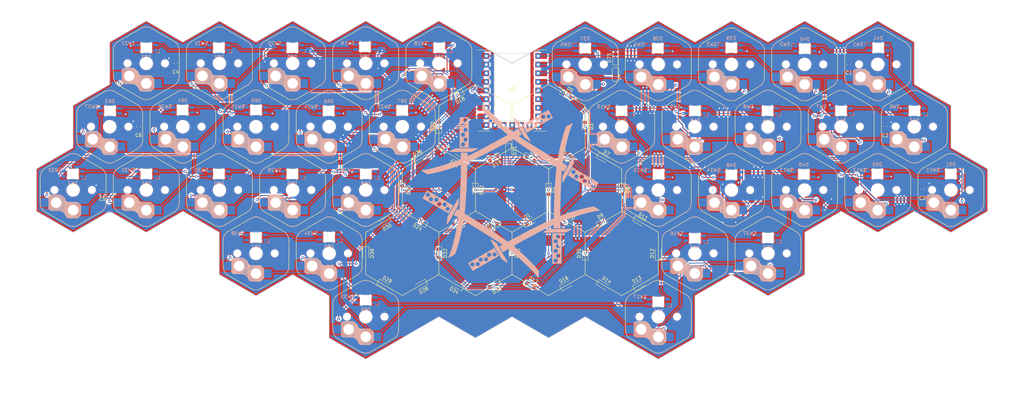
<source format=kicad_pcb>
(kicad_pcb (version 20221018) (generator pcbnew)

  (general
    (thickness 1.6)
  )

  (paper "A4")
  (layers
    (0 "F.Cu" signal)
    (31 "B.Cu" signal)
    (32 "B.Adhes" user "B.Adhesive")
    (33 "F.Adhes" user "F.Adhesive")
    (34 "B.Paste" user)
    (35 "F.Paste" user)
    (36 "B.SilkS" user "B.Silkscreen")
    (37 "F.SilkS" user "F.Silkscreen")
    (38 "B.Mask" user)
    (39 "F.Mask" user)
    (40 "Dwgs.User" user "User.Drawings")
    (41 "Cmts.User" user "User.Comments")
    (42 "Eco1.User" user "User.Eco1")
    (43 "Eco2.User" user "User.Eco2")
    (44 "Edge.Cuts" user)
    (45 "Margin" user)
    (46 "B.CrtYd" user "B.Courtyard")
    (47 "F.CrtYd" user "F.Courtyard")
    (48 "B.Fab" user)
    (49 "F.Fab" user)
    (50 "User.1" user)
    (51 "User.2" user)
    (52 "User.3" user)
    (53 "User.4" user)
    (54 "User.5" user)
    (55 "User.6" user)
    (56 "User.7" user)
    (57 "User.8" user)
    (58 "User.9" user)
  )

  (setup
    (pad_to_mask_clearance 0)
    (pcbplotparams
      (layerselection 0x00010fc_ffffffff)
      (plot_on_all_layers_selection 0x0000000_00000000)
      (disableapertmacros false)
      (usegerberextensions true)
      (usegerberattributes false)
      (usegerberadvancedattributes false)
      (creategerberjobfile false)
      (dashed_line_dash_ratio 12.000000)
      (dashed_line_gap_ratio 3.000000)
      (svgprecision 4)
      (plotframeref false)
      (viasonmask false)
      (mode 1)
      (useauxorigin false)
      (hpglpennumber 1)
      (hpglpenspeed 20)
      (hpglpendiameter 15.000000)
      (dxfpolygonmode true)
      (dxfimperialunits true)
      (dxfusepcbnewfont true)
      (psnegative false)
      (psa4output false)
      (plotreference true)
      (plotvalue true)
      (plotinvisibletext false)
      (sketchpadsonfab false)
      (subtractmaskfromsilk true)
      (outputformat 1)
      (mirror false)
      (drillshape 0)
      (scaleselection 1)
      (outputdirectory "production-files")
    )
  )

  (net 0 "")
  (net 1 "Net-(D35-A)")
  (net 2 "r1")
  (net 3 "Net-(D1-A)")
  (net 4 "r2")
  (net 5 "Net-(D2-A)")
  (net 6 "Net-(D3-A)")
  (net 7 "Net-(D4-A)")
  (net 8 "Net-(D5-A)")
  (net 9 "r3")
  (net 10 "Net-(D6-A)")
  (net 11 "r4")
  (net 12 "Net-(D7-A)")
  (net 13 "Net-(D8-A)")
  (net 14 "Net-(D9-A)")
  (net 15 "Net-(D10-A)")
  (net 16 "r5")
  (net 17 "Net-(D11-A)")
  (net 18 "r6")
  (net 19 "Net-(D12-A)")
  (net 20 "Net-(D13-A)")
  (net 21 "Net-(D14-A)")
  (net 22 "Net-(D15-A)")
  (net 23 "Net-(D16-A)")
  (net 24 "Net-(D17-A)")
  (net 25 "Net-(D18-A)")
  (net 26 "Net-(D19-A)")
  (net 27 "Net-(D20-A)")
  (net 28 "Net-(D21-A)")
  (net 29 "Net-(D22-A)")
  (net 30 "Net-(D23-A)")
  (net 31 "Net-(D24-A)")
  (net 32 "Net-(D25-A)")
  (net 33 "Net-(D26-A)")
  (net 34 "Net-(D27-A)")
  (net 35 "Net-(D28-A)")
  (net 36 "Net-(D29-A)")
  (net 37 "Net-(D30-A)")
  (net 38 "Net-(D31-A)")
  (net 39 "Net-(D32-A)")
  (net 40 "Net-(D33-A)")
  (net 41 "Net-(D34-A)")
  (net 42 "Net-(D36-A)")
  (net 43 "c1")
  (net 44 "c2")
  (net 45 "c3")
  (net 46 "c6")
  (net 47 "c4")
  (net 48 "c5")
  (net 49 "Net-(D37-DOUT)")
  (net 50 "rgb")
  (net 51 "Net-(D38-DOUT)")
  (net 52 "Net-(D39-DOUT)")
  (net 53 "Net-(D40-DOUT)")
  (net 54 "Net-(D41-DOUT)")
  (net 55 "Net-(D42-DOUT)")
  (net 56 "Net-(D43-DOUT)")
  (net 57 "Net-(D44-DOUT)")
  (net 58 "Net-(D45-DOUT)")
  (net 59 "Net-(D46-DOUT)")
  (net 60 "Net-(D47-DOUT)")
  (net 61 "Net-(D48-DOUT)")
  (net 62 "Net-(D49-DOUT)")
  (net 63 "Net-(D50-DOUT)")
  (net 64 "Net-(D51-DOUT)")
  (net 65 "Net-(D52-DOUT)")
  (net 66 "Net-(D53-DOUT)")
  (net 67 "Net-(D54-DOUT)")
  (net 68 "Net-(D55-DOUT)")
  (net 69 "Net-(D56-DOUT)")
  (net 70 "Net-(D57-DOUT)")
  (net 71 "Net-(D58-DOUT)")
  (net 72 "Net-(D59-DOUT)")
  (net 73 "Net-(D60-DOUT)")
  (net 74 "Net-(D61-DOUT)")
  (net 75 "Net-(D62-DOUT)")
  (net 76 "Net-(D63-DOUT)")
  (net 77 "Net-(D64-DOUT)")
  (net 78 "Net-(D65-DOUT)")
  (net 79 "Net-(D66-DOUT)")
  (net 80 "Net-(D67-DOUT)")
  (net 81 "Net-(D68-DOUT)")
  (net 82 "Net-(D69-DOUT)")
  (net 83 "Net-(D70-DOUT)")
  (net 84 "Net-(D71-DOUT)")
  (net 85 "unconnected-(D72-DOUT-Pad2)")
  (net 86 "+5V")
  (net 87 "GND")
  (net 88 "unconnected-(U2-3V3-Pad3)")
  (net 89 "unconnected-(U2-GP13-Pad19)")
  (net 90 "Net-(D37-VDD)")
  (net 91 "unconnected-(U2-GP11-Pad21)")
  (net 92 "unconnected-(U2-GP14-Pad9)")
  (net 93 "unconnected-(U2-GP5-Pad15)")
  (net 94 "c3p")
  (net 95 "unconnected-(U2-GP6-Pad16)")
  (net 96 "unconnected-(U2-GP7-Pad17)")
  (net 97 "Net-(D73-K)")

  (footprint "Diode_SMD:D_SOD-323_HandSoldering" (layer "F.Cu") (at 118.25 99.294 -90))

  (footprint "Diode_SMD:D_SOD-323_HandSoldering" (layer "F.Cu") (at 182.75 99.304256 90))

  (footprint "Diode_SMD:D_SOD-323_HandSoldering" (layer "F.Cu") (at 166.625 71.374934 -30))

  (footprint "Jumper:SolderJumper-3_P1.3mm_Open_RoundedPad1.0x1.5mm" (layer "F.Cu") (at 170.18 46.736 90))

  (footprint "Capacitor_SMD:C_0603_1608Metric_Pad1.08x0.95mm_HandSolder" (layer "F.Cu") (at 238.76 43.688 90))

  (footprint "Capacitor_SMD:C_0603_1608Metric_Pad1.08x0.95mm_HandSolder" (layer "F.Cu") (at 249.428 61.976 90))

  (footprint "Diode_SMD:D_SOD-323_HandSoldering" (layer "F.Cu") (at 145.125 71.374934 -30))

  (footprint "Diode_SMD:D_SOD-323_HandSoldering" (layer "F.Cu") (at 96.75 99.304256 -90))

  (footprint "Diode_SMD:D_SOD-323_HandSoldering" (layer "F.Cu") (at 161.29 99.304256 90))

  (footprint "RP2040-Zero:RP2040 Zero" (layer "F.Cu") (at 129.66 64.262))

  (footprint "Capacitor_SMD:C_0603_1608Metric_Pad1.08x0.95mm_HandSolder" (layer "F.Cu") (at 29.972 62.0765 90))

  (footprint "Capacitor_SMD:C_0603_1608Metric_Pad1.08x0.95mm_HandSolder" (layer "F.Cu") (at 19.304 80.772 90))

  (footprint "Diode_SMD:D_SOD-323_HandSoldering" (layer "F.Cu") (at 112.875 108.61403 -150))

  (footprint "Capacitor_SMD:C_0603_1608Metric_Pad1.08x0.95mm_HandSolder" (layer "F.Cu") (at 40.894 43.434 90))

  (footprint "Diode_SMD:D_SOD-323_HandSoldering" (layer "F.Cu") (at 102.125 108.61403 -30))

  (footprint "Capacitor_SMD:C_0603_1608Metric_Pad1.08x0.95mm_HandSolder" (layer "F.Cu") (at 260.35 80.518 90))

  (footprint "Diode_SMD:D_SOD-323_HandSoldering" (layer "F.Cu") (at 112.875 89.994482 150))

  (footprint "Diode_SMD:D_SOD-323_HandSoldering" (layer "F.Cu") (at 123.625 89.994482 -150))

  (footprint "Diode_SMD:D_SOD-323_HandSoldering" (layer "F.Cu") (at 129 80.684708 -90))

  (footprint "Diode_SMD:D_SOD-323_HandSoldering" (layer "F.Cu") (at 172 80.684708 -90))

  (footprint "Diode_SMD:D_SOD-323_HandSoldering" (layer "F.Cu") (at 123.625 108.61403 150))

  (footprint "Diode_SMD:D_SOD-323_HandSoldering" (layer "F.Cu") (at 102.125 89.994482 -150))

  (footprint "Diode_SMD:D_SOD-323_HandSoldering" (layer "F.Cu") (at 118.25 61.976 90))

  (footprint "Diode_SMD:D_SOD-323_HandSoldering" (layer "F.Cu") (at 145.125 89.994482 30))

  (footprint "Diode_SMD:D_SOD-323_HandSoldering" (layer "F.Cu") (at 123.625 52.755386 -150))

  (footprint "Diode_SMD:D_SOD-323_HandSoldering" (layer "F.Cu") (at 161.25 62.06516 -90))

  (footprint "Diode_SMD:D_SOD-323_HandSoldering" (layer "F.Cu") (at 123.625 71.374 150))

  (footprint "Diode_SMD:D_SOD-323_HandSoldering" (layer "F.Cu") (at 155.875 108.61403 30))

  (footprint "Diode_SMD:D_SOD-323_HandSoldering" (layer "F.Cu") (at 155.875 52.755386 -30))

  (footprint "Diode_SMD:D_SOD-323_HandSoldering" (layer "F.Cu") (at 155.956 89.994482 -30))

  (footprint "Diode_SMD:D_SOD-323_HandSoldering" (layer "F.Cu") (at 177.375 108.61403 30))

  (footprint "Diode_SMD:D_SOD-323_HandSoldering" (layer "F.Cu") (at 155.875 71.374 30))

  (footprint "Diode_SMD:D_SOD-323_HandSoldering" (layer "F.Cu") (at 134.375 108.61403 -150))

  (footprint "Diode_SMD:D_SOD-323_HandSoldering" (layer "F.Cu") (at 150.5 80.684708 -90))

  (footprint "Diode_SMD:D_SOD-323_HandSoldering" (layer "F.Cu") (at 112.875 71.374934 30))

  (footprint "Diode_SMD:D_SOD-323_HandSoldering" (layer "F.Cu") (at 107.5 80.684708 -90))

  (footprint "Diode_SMD:D_SOD-323_HandSoldering" (layer "F.Cu") (at 139.75 99.304256 -90))

  (footprint "Diode_SMD:D_SOD-323_HandSoldering" (layer "F.Cu") (at 170.18 41.91 90))

  (footprint "Diode_SMD:D_SOD-323_HandSoldering" (layer "F.Cu") (at 138.684 69.088 -90))

  (footprint "Diode_SMD:D_SOD-323_HandSoldering" (layer "F.Cu") (at 166.625 89.994482 30))

  (footprint "Diode_SMD:D_SOD-323_HandSoldering" (layer "F.Cu") (at 134.375 71.374934 -150))

  (footprint "Diode_SMD:D_SOD-323_HandSoldering" (layer "F.Cu") (at 134.375 89.994482 150))

  (footprint "Diode_SMD:D_SOD-323_HandSoldering" (layer "F.Cu") (at 177.375 89.994482 -30))

  (footprint "Diode_SMD:D_SOD-323_HandSoldering" (layer "F.Cu") (at 145.125 108.712 -30))

  (footprint "Diode_SMD:D_SOD-323_HandSoldering" (layer "F.Cu") (at 166.625 108.732 -30))

  (footprint "s-ol:PG1350_hotswap" (layer "B.Cu")
    (tstamp 04323803-c4f9-4e47-a76c-5badce4262c8)
    (at 193.5 99.304256 180)
    (property "Sheetfile" "hexatana.kicad_sch")
    (property "Sheetname" "")
    (property "ki_description" "Push button switch, generic, two pins")
    (property "ki_keywords" "switch normally-open pushbutton push-button")
    (path "/0cbd76d5-1e09-4c2e-9c96-066bbe00a10c")
    (attr smd)
    (fp_text reference "SW16" (at 7.4 5.9 unlocked) (layer "B.SilkS")
        (effects (font (size 1 1) (thickness 0.15)) (justify right mirror))
      (tstamp d4aa5a9c-082f-43af-89fa-3d93608cf7bb)
    )
    (fp_text value "SW_Push" (at -0.35 -1.9 unlocked) (layer "F.Fab")
        (effects (font (size 1 1) (thickness 0.15)))
      (tstamp 394743fd-1b75-4853-81e0-43da4f98cda7)
    )
    (fp_line (start -2.3 -4.575) (end -2.3 -7.225)
      (stroke (width 0.15) (type solid)) (layer "B.SilkS") (tstamp 2a724319-fbc1-4995-82c9-07a843de3d9c))
    (fp_line (start -2.15 -7.35) (end -2.15 -4.45)
      (stroke (width 0.15) (type solid)) (layer "B.SilkS") (tstamp 38786cef-ff7d-45af-bf99-ca72fcbce358))
    (fp_line (start -2.05 -7.45) (end -2.05 -4.35)
      (stroke (width 0.15) (type solid)) (layer "B.SilkS") (tstamp 5a831083-fb38-4593-8439-9318dc4c907b))
    (fp_line (start -1.95 -7.55) (end -1.95 -4.25)
      (stroke (width 0.15) (type solid)) (layer "B.SilkS") (tstamp b036be2e-6e36-4657-970d-21ed2ec45544))
    (fp_line (start -1.85 -7.65) (end -1.85 -4.15)
      (stroke (width 0.15) (type solid)) (layer "B.SilkS") (tstamp a6b14adc-5f44-459d-a31c-ce8a4301746b))
    (fp_line (start -1.7 -7.8) (end -1.7 -4)
      (stroke (width 0.15) (type solid)) (layer "B.SilkS") (tstamp 32b2e37f-4639-4133-8935-bddff8c5e82a))
    (fp_line (start -1.55 -7.95) (end -1.55 -3.85)
      (stroke (width 0.15) (type solid)) (layer "B.SilkS") (tstamp c51c56ce-520b-41c3-af98-77783d5394e0))
    (fp_line (start -1.4 -8.1) (end -1.4 -3.7)
      (stroke (width 0.15) (type solid)) (layer "B.SilkS") (tstamp 5f385d9c-4a5a-4a7c-b162-00b95d3b8e41))
    (fp_line (start -1.3 -8.225) (end -2.325 -7.2)
      (stroke (width 0.15) (type solid)) (layer "B.SilkS") (tstamp 9d994597-0e6b-4604-a3bd-f7a2606325bd))
    (fp_line (start -1.3 -8.225) (end 1.3 -8.225)
      (stroke (width 0.15) (type solid)) (layer "B.SilkS") (tstamp 75a97f0a-5c81-4573-8f0f-9a846827be2f))
    (fp_line (start -1.3 -3.575) (end -2.325 -4.6)
      (stroke (width 0.15) (type solid)) (layer "B.SilkS") (tstamp 01e9e4ab-1b0a-4f6c-969f-1066b07fc6d7))
    (fp_line (start -1.3 -3.575) (end 1.275 -3.575)
      (stroke (width 0.15) (type solid)) (layer "B.SilkS") (tstamp 78b2e8e0-d4b6-4bc4-8e10-ef60363af077))
    (fp_line (start -1.25 -8.2) (end -1.25 -3.6)
      (stroke (width 0.15) (type solid)) (layer "B.SilkS") (tstamp f5a40bbe-9aeb-44fb-b919-1489292e0ad0))
    (fp_line (start -1.1 -8.2) (end -1.1 -3.6)
      (stroke (width 0.15) (type solid)) (layer "B.SilkS") (tstamp a4b01927-2065-409c-8559-6149e3d0d074))
    (fp_line (start -0.95 -8.2) (end -0.95 -3.6)
      (stroke (width 0.15) (type solid)) (layer "B.SilkS") (tstamp 6b4f7044-0aa2-42ed-92a8-ed61703dc63c))
    (fp_line (start -0.9 -8.1) (end -0.9 -3.65)
      (stroke (width 0.12) (type solid)) (layer "B.SilkS") (tstamp 7cd437be-06d8-4290-905b-3ffb8523a5ed))
    (fp_line (start -0.9 -3.65) (end 1.8 -7.95)
      (stroke (width 0.12) (type solid)) (layer "B.SilkS") (tstamp 87b5f5be-a05d-4e6e-a86c-a6f6a26beb1f))
    (fp_line (start -0.8 -8.2) (end -0.8 -3.6)
      (stroke (width 0.15) (type solid)) (layer "B.SilkS") (tstamp c50e0f8a-ed25-43ef-bbcb-4ebc6a8b8032))
    (fp_line (start -0.65 -8.2) (end -0.65 -3.6)
      (stroke (width 0.15) (type solid)) (layer "B.SilkS") (tstamp fd809d14-b6d1-427c-b817-bd61285c9e55))
    (fp_line (start -0.5 -8.2) (end -0.5 -3.6)
      (stroke (width 0.15) (type solid)) (layer "B.SilkS") (tstamp daac75ea-d046-4756-b4e0-01e3a2e64972))
    (fp_line (start -0.35 -8.2) (end -0.35 -3.6)
      (stroke (width 0.15) (type solid)) (layer "B.SilkS") (tstamp 088498dd-5fe7-4846-a189-a62d894b4a3b))
    (fp_line (start -0.2 -8.2) (end -0.2 -3.6)
      (stroke (width 0.15) (type solid)) (layer "B.SilkS") (tstamp 13805562-c091-4959-a8e4-6fda3e0b5d49))
    (fp_line (start -0.05 -8.2) (end -0.05 -3.6)
      (stroke (width 0.15) (type solid)) (layer "B.SilkS") (tstamp 1ce104d3-ca2c-4351-9792-25a66df17674))
    (fp_line (start 0.1 -8.2) (end 0.1 -3.6)
      (stroke (width 0.15) (type solid)) (layer "B.SilkS") (tstamp 345a4c3a-e937-4
... [3470912 chars truncated]
</source>
